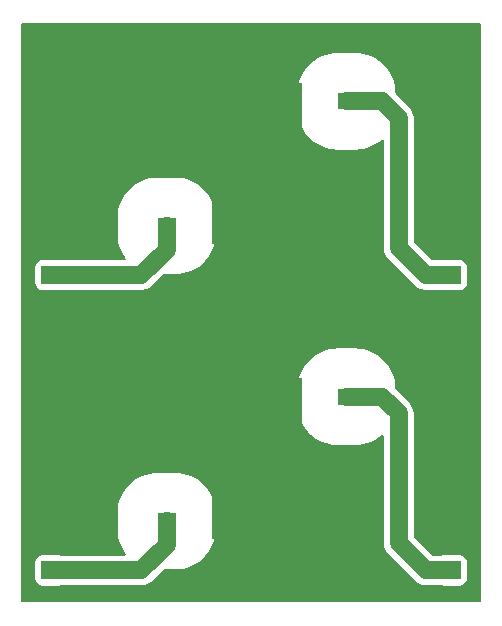
<source format=gtl>
G04 #@! TF.GenerationSoftware,KiCad,Pcbnew,8.0.3*
G04 #@! TF.CreationDate,2024-06-27T10:28:22+02:00*
G04 #@! TF.ProjectId,145MHz_BPF,3134354d-487a-45f4-9250-462e6b696361,rev?*
G04 #@! TF.SameCoordinates,Original*
G04 #@! TF.FileFunction,Copper,L1,Top*
G04 #@! TF.FilePolarity,Positive*
%FSLAX46Y46*%
G04 Gerber Fmt 4.6, Leading zero omitted, Abs format (unit mm)*
G04 Created by KiCad (PCBNEW 8.0.3) date 2024-06-27 10:28:22*
%MOMM*%
%LPD*%
G01*
G04 APERTURE LIST*
G04 Aperture macros list*
%AMRoundRect*
0 Rectangle with rounded corners*
0 $1 Rounding radius*
0 $2 $3 $4 $5 $6 $7 $8 $9 X,Y pos of 4 corners*
0 Add a 4 corners polygon primitive as box body*
4,1,4,$2,$3,$4,$5,$6,$7,$8,$9,$2,$3,0*
0 Add four circle primitives for the rounded corners*
1,1,$1+$1,$2,$3*
1,1,$1+$1,$4,$5*
1,1,$1+$1,$6,$7*
1,1,$1+$1,$8,$9*
0 Add four rect primitives between the rounded corners*
20,1,$1+$1,$2,$3,$4,$5,0*
20,1,$1+$1,$4,$5,$6,$7,0*
20,1,$1+$1,$6,$7,$8,$9,0*
20,1,$1+$1,$8,$9,$2,$3,0*%
G04 Aperture macros list end*
G04 #@! TA.AperFunction,ComponentPad*
%ADD10RoundRect,0.250000X0.550000X-0.550000X0.550000X0.550000X-0.550000X0.550000X-0.550000X-0.550000X0*%
G04 #@! TD*
G04 #@! TA.AperFunction,ComponentPad*
%ADD11C,1.600000*%
G04 #@! TD*
G04 #@! TA.AperFunction,ComponentPad*
%ADD12RoundRect,0.250000X-0.550000X-0.550000X0.550000X-0.550000X0.550000X0.550000X-0.550000X0.550000X0*%
G04 #@! TD*
G04 #@! TA.AperFunction,SMDPad,CuDef*
%ADD13R,1.524000X1.397000*%
G04 #@! TD*
G04 #@! TA.AperFunction,ComponentPad*
%ADD14C,1.016000*%
G04 #@! TD*
G04 #@! TA.AperFunction,SMDPad,CuDef*
%ADD15R,13.208000X5.664200*%
G04 #@! TD*
G04 #@! TA.AperFunction,SMDPad,CuDef*
%ADD16R,18.796000X2.387600*%
G04 #@! TD*
G04 #@! TA.AperFunction,ViaPad*
%ADD17C,0.600000*%
G04 #@! TD*
G04 #@! TA.AperFunction,Conductor*
%ADD18C,1.500000*%
G04 #@! TD*
G04 APERTURE END LIST*
D10*
X88000000Y-91800000D03*
D11*
X88000000Y-86500000D03*
D12*
X104700000Y-92000000D03*
D10*
X122000000Y-91800000D03*
D11*
X122000000Y-84000000D03*
D13*
X113080000Y-77094500D03*
X113080000Y-87635500D03*
D14*
X113842000Y-88715000D03*
X112318000Y-88715000D03*
X108762000Y-76015000D03*
X107238000Y-76015000D03*
D13*
X108000000Y-77094500D03*
X108000000Y-87635500D03*
D14*
X108762000Y-88715000D03*
X107238000Y-88715000D03*
X103682000Y-76015000D03*
X102158000Y-76015000D03*
D13*
X102920000Y-77094500D03*
X102920000Y-87635500D03*
D14*
X103682000Y-88715000D03*
X102158000Y-88715000D03*
X98602000Y-76015000D03*
X97078000Y-76015000D03*
D13*
X97840000Y-77094500D03*
D15*
X102666000Y-78339100D03*
D14*
X113080000Y-81730000D03*
X110540000Y-81730000D03*
X108000000Y-81730000D03*
X105460000Y-81730000D03*
X102920000Y-81730000D03*
X100380000Y-81730000D03*
X97840000Y-81730000D03*
D16*
X105460000Y-82365000D03*
D14*
X113080000Y-83000000D03*
X110540000Y-83000000D03*
X108000000Y-83000000D03*
X105460000Y-83000000D03*
X102920000Y-83000000D03*
X100380000Y-83000000D03*
X97840000Y-83000000D03*
D15*
X108254000Y-86390900D03*
D13*
X97840000Y-87635500D03*
X113080000Y-52094500D03*
X113080000Y-62635500D03*
D14*
X113842000Y-63715000D03*
X112318000Y-63715000D03*
X108762000Y-51015000D03*
X107238000Y-51015000D03*
D13*
X108000000Y-52094500D03*
X108000000Y-62635500D03*
D14*
X108762000Y-63715000D03*
X107238000Y-63715000D03*
X103682000Y-51015000D03*
X102158000Y-51015000D03*
D13*
X102920000Y-52094500D03*
X102920000Y-62635500D03*
D14*
X103682000Y-63715000D03*
X102158000Y-63715000D03*
X98602000Y-51015000D03*
X97078000Y-51015000D03*
D13*
X97840000Y-52094500D03*
D15*
X102666000Y-53339100D03*
D14*
X113080000Y-56730000D03*
X110540000Y-56730000D03*
X108000000Y-56730000D03*
X105460000Y-56730000D03*
X102920000Y-56730000D03*
X100380000Y-56730000D03*
X97840000Y-56730000D03*
D16*
X105460000Y-57365000D03*
D14*
X113080000Y-58000000D03*
X110540000Y-58000000D03*
X108000000Y-58000000D03*
X105460000Y-58000000D03*
X102920000Y-58000000D03*
X100380000Y-58000000D03*
X97840000Y-58000000D03*
D15*
X108254000Y-61390900D03*
D13*
X97840000Y-62635500D03*
D10*
X122000000Y-66800000D03*
D11*
X122000000Y-59000000D03*
D12*
X104700000Y-67000000D03*
D10*
X88000000Y-66800000D03*
D11*
X88000000Y-61500000D03*
D17*
X100000000Y-94000000D03*
X122000000Y-71000000D03*
X86000000Y-94000000D03*
X120000000Y-71000000D03*
X100000000Y-71000000D03*
X120000000Y-94000000D03*
X86000000Y-75000000D03*
X124000000Y-85000000D03*
X90000000Y-71000000D03*
X114000000Y-71000000D03*
X108000000Y-94000000D03*
X124000000Y-79000000D03*
X106000000Y-94000000D03*
X88000000Y-71000000D03*
X124000000Y-83000000D03*
X86000000Y-73000000D03*
X112000000Y-94000000D03*
X112000000Y-71000000D03*
X118000000Y-71000000D03*
X94000000Y-94000000D03*
X116000000Y-71000000D03*
X106000000Y-71000000D03*
X86000000Y-79000000D03*
X86000000Y-81000000D03*
X108000000Y-71000000D03*
X98000000Y-94000000D03*
X86000000Y-87000000D03*
X104000000Y-94000000D03*
X124000000Y-94000000D03*
X116000000Y-94000000D03*
X94000000Y-71000000D03*
X102000000Y-94000000D03*
X124000000Y-89000000D03*
X88000000Y-94000000D03*
X110000000Y-71000000D03*
X90000000Y-94000000D03*
X124000000Y-73000000D03*
X98000000Y-71000000D03*
X86000000Y-77000000D03*
X86000000Y-91000000D03*
X124000000Y-71000000D03*
X124000000Y-87000000D03*
X92000000Y-71000000D03*
X102000000Y-71000000D03*
X92000000Y-94000000D03*
X104000000Y-71000000D03*
X124000000Y-81000000D03*
X86000000Y-85000000D03*
X96000000Y-94000000D03*
X122000000Y-94000000D03*
X124000000Y-75000000D03*
X124000000Y-93000000D03*
X86000000Y-93000000D03*
X124000000Y-77000000D03*
X110000000Y-94000000D03*
X118000000Y-94000000D03*
X86000000Y-71000000D03*
X114000000Y-94000000D03*
X86000000Y-89000000D03*
X96000000Y-71000000D03*
X124000000Y-91000000D03*
X86000000Y-83000000D03*
X124000000Y-66000000D03*
X86000000Y-58000000D03*
X96000000Y-46000000D03*
X86000000Y-64000000D03*
X124000000Y-50000000D03*
X110000000Y-69000000D03*
X124000000Y-52000000D03*
X114000000Y-69000000D03*
X118000000Y-69000000D03*
X86000000Y-68000000D03*
X122000000Y-69000000D03*
X86000000Y-46000000D03*
X124000000Y-68000000D03*
X124000000Y-56000000D03*
X104000000Y-46000000D03*
X92000000Y-69000000D03*
X96000000Y-69000000D03*
X102000000Y-46000000D03*
X124000000Y-62000000D03*
X92000000Y-46000000D03*
X124000000Y-46000000D03*
X86000000Y-60000000D03*
X110000000Y-46000000D03*
X88000000Y-69000000D03*
X102000000Y-69000000D03*
X124000000Y-64000000D03*
X86000000Y-66000000D03*
X86000000Y-52000000D03*
X98000000Y-46000000D03*
X124000000Y-48000000D03*
X90000000Y-69000000D03*
X86000000Y-48000000D03*
X94000000Y-69000000D03*
X116000000Y-46000000D03*
X88000000Y-46000000D03*
X112000000Y-69000000D03*
X118000000Y-46000000D03*
X86000000Y-56000000D03*
X112000000Y-46000000D03*
X104000000Y-69000000D03*
X86000000Y-62000000D03*
X94000000Y-46000000D03*
X106000000Y-46000000D03*
X124000000Y-58000000D03*
X116000000Y-69000000D03*
X124000000Y-69000000D03*
X98000000Y-69000000D03*
X108000000Y-46000000D03*
X86000000Y-54000000D03*
X114000000Y-46000000D03*
X124000000Y-54000000D03*
X122000000Y-46000000D03*
X120000000Y-69000000D03*
X90000000Y-46000000D03*
X100000000Y-69000000D03*
X100000000Y-46000000D03*
X108000000Y-69000000D03*
X120000000Y-46000000D03*
X124000000Y-60000000D03*
X106000000Y-69000000D03*
X86000000Y-50000000D03*
X86000000Y-69000000D03*
D18*
X119800000Y-91800000D02*
X122000000Y-91800000D01*
X116094500Y-77094500D02*
X117500000Y-78500000D01*
X97840000Y-89660000D02*
X97840000Y-87635500D01*
X95700000Y-91800000D02*
X97840000Y-89660000D01*
X117500000Y-89500000D02*
X119800000Y-91800000D01*
X88000000Y-91800000D02*
X95700000Y-91800000D01*
X117500000Y-78500000D02*
X117500000Y-89500000D01*
X113080000Y-77094500D02*
X116094500Y-77094500D01*
X97840000Y-64660000D02*
X97840000Y-62635500D01*
X95700000Y-66800000D02*
X97840000Y-64660000D01*
X88000000Y-66800000D02*
X95700000Y-66800000D01*
X117500000Y-64500000D02*
X119800000Y-66800000D01*
X116094500Y-52094500D02*
X117500000Y-53500000D01*
X113080000Y-52094500D02*
X116094500Y-52094500D01*
X119800000Y-66800000D02*
X122000000Y-66800000D01*
X117500000Y-53500000D02*
X117500000Y-64500000D01*
G04 #@! TA.AperFunction,Conductor*
G36*
X124442539Y-45520185D02*
G01*
X124488294Y-45572989D01*
X124499500Y-45624500D01*
X124499500Y-70000000D01*
X85500500Y-70000000D01*
X85500500Y-66199983D01*
X86699500Y-66199983D01*
X86699500Y-67400001D01*
X86699501Y-67400018D01*
X86710000Y-67502796D01*
X86710001Y-67502799D01*
X86765185Y-67669331D01*
X86765186Y-67669334D01*
X86857288Y-67818656D01*
X86981344Y-67942712D01*
X87130666Y-68034814D01*
X87297203Y-68089999D01*
X87399991Y-68100500D01*
X88600008Y-68100499D01*
X88702797Y-68089999D01*
X88803003Y-68056794D01*
X88842007Y-68050500D01*
X95798422Y-68050500D01*
X95992826Y-68019709D01*
X96180026Y-67958884D01*
X96355405Y-67869524D01*
X96514646Y-67753828D01*
X97519455Y-66749019D01*
X97580778Y-66715534D01*
X97607136Y-66712700D01*
X98724070Y-66712700D01*
X98724078Y-66712700D01*
X98876614Y-66706500D01*
X98876621Y-66706499D01*
X98876622Y-66706499D01*
X98918977Y-66700728D01*
X99239635Y-66657039D01*
X99595181Y-66568619D01*
X99939083Y-66442276D01*
X100267309Y-66279491D01*
X100576010Y-66082173D01*
X100861568Y-65852635D01*
X101120635Y-65593568D01*
X101303434Y-65366154D01*
X101350170Y-65308014D01*
X101350176Y-65308005D01*
X101447716Y-65155405D01*
X101547491Y-64999309D01*
X101710276Y-64671083D01*
X101836619Y-64327181D01*
X101925039Y-63971635D01*
X101974500Y-63608614D01*
X101980700Y-63456078D01*
X101980700Y-61814922D01*
X101974500Y-61662386D01*
X101925039Y-61299365D01*
X101836619Y-60943819D01*
X101710276Y-60599917D01*
X101547491Y-60271691D01*
X101350173Y-59962990D01*
X101350170Y-59962985D01*
X101120643Y-59677442D01*
X101120635Y-59677432D01*
X100861568Y-59418365D01*
X100861557Y-59418356D01*
X100576014Y-59188829D01*
X100576005Y-59188823D01*
X100267312Y-58991511D01*
X100267302Y-58991505D01*
X99939090Y-58828727D01*
X99939087Y-58828726D01*
X99939083Y-58828724D01*
X99595181Y-58702381D01*
X99239635Y-58613961D01*
X99239631Y-58613960D01*
X99239630Y-58613960D01*
X98876622Y-58564500D01*
X98800346Y-58561400D01*
X98724078Y-58558300D01*
X96955922Y-58558300D01*
X96884140Y-58561217D01*
X96803377Y-58564500D01*
X96440369Y-58613960D01*
X96440366Y-58613960D01*
X96440365Y-58613961D01*
X96084819Y-58702381D01*
X95740912Y-58828726D01*
X95740909Y-58828727D01*
X95412697Y-58991505D01*
X95412687Y-58991511D01*
X95103994Y-59188823D01*
X95103985Y-59188829D01*
X94818442Y-59418356D01*
X94818426Y-59418370D01*
X94559370Y-59677426D01*
X94559356Y-59677442D01*
X94329829Y-59962985D01*
X94329823Y-59962994D01*
X94132511Y-60271687D01*
X94132505Y-60271697D01*
X93969727Y-60599909D01*
X93969726Y-60599912D01*
X93969724Y-60599917D01*
X93843381Y-60943819D01*
X93754961Y-61299365D01*
X93754960Y-61299369D01*
X93705500Y-61662377D01*
X93699300Y-61814929D01*
X93699300Y-63456070D01*
X93705500Y-63608622D01*
X93752970Y-63957022D01*
X93754961Y-63971635D01*
X93843381Y-64327181D01*
X93969724Y-64671083D01*
X93969726Y-64671087D01*
X93969727Y-64671090D01*
X94132505Y-64999302D01*
X94132511Y-64999312D01*
X94329823Y-65308005D01*
X94329829Y-65308014D01*
X94361821Y-65347813D01*
X94388480Y-65412397D01*
X94375990Y-65481141D01*
X94328316Y-65532220D01*
X94265174Y-65549500D01*
X88842007Y-65549500D01*
X88803003Y-65543206D01*
X88769849Y-65532220D01*
X88702797Y-65510001D01*
X88702795Y-65510000D01*
X88600010Y-65499500D01*
X87399998Y-65499500D01*
X87399981Y-65499501D01*
X87297203Y-65510000D01*
X87297200Y-65510001D01*
X87130668Y-65565185D01*
X87130663Y-65565187D01*
X86981342Y-65657289D01*
X86857289Y-65781342D01*
X86765187Y-65930663D01*
X86765186Y-65930666D01*
X86710001Y-66097203D01*
X86710001Y-66097204D01*
X86710000Y-66097204D01*
X86699500Y-66199983D01*
X85500500Y-66199983D01*
X85500500Y-51273929D01*
X108939300Y-51273929D01*
X108939300Y-52915070D01*
X108945500Y-53067622D01*
X108994960Y-53430630D01*
X108994961Y-53430635D01*
X109083381Y-53786181D01*
X109209724Y-54130083D01*
X109209726Y-54130087D01*
X109209727Y-54130090D01*
X109372505Y-54458302D01*
X109372511Y-54458312D01*
X109569823Y-54767005D01*
X109569829Y-54767014D01*
X109799356Y-55052557D01*
X109799365Y-55052568D01*
X110058432Y-55311635D01*
X110058442Y-55311643D01*
X110343985Y-55541170D01*
X110343994Y-55541176D01*
X110498340Y-55639832D01*
X110652691Y-55738491D01*
X110980917Y-55901276D01*
X111324819Y-56027619D01*
X111680365Y-56116039D01*
X111936890Y-56150990D01*
X112043377Y-56165499D01*
X112043379Y-56165499D01*
X112043386Y-56165500D01*
X112195922Y-56171700D01*
X112195930Y-56171700D01*
X113964070Y-56171700D01*
X113964078Y-56171700D01*
X114116614Y-56165500D01*
X114116621Y-56165499D01*
X114116622Y-56165499D01*
X114158977Y-56159728D01*
X114479635Y-56116039D01*
X114835181Y-56027619D01*
X115179083Y-55901276D01*
X115507309Y-55738491D01*
X115816010Y-55541173D01*
X116047815Y-55354842D01*
X116112396Y-55328185D01*
X116181141Y-55340675D01*
X116232219Y-55388349D01*
X116249500Y-55451491D01*
X116249500Y-64598422D01*
X116280290Y-64792826D01*
X116341117Y-64980030D01*
X116430476Y-65155405D01*
X116546172Y-65314646D01*
X118985354Y-67753828D01*
X119144595Y-67869524D01*
X119227454Y-67911742D01*
X119319969Y-67958882D01*
X119319971Y-67958882D01*
X119319974Y-67958884D01*
X119420318Y-67991487D01*
X119507173Y-68019709D01*
X119701578Y-68050500D01*
X119701583Y-68050500D01*
X121157993Y-68050500D01*
X121196997Y-68056794D01*
X121297203Y-68089999D01*
X121399991Y-68100500D01*
X122600008Y-68100499D01*
X122702797Y-68089999D01*
X122869334Y-68034814D01*
X123018656Y-67942712D01*
X123142712Y-67818656D01*
X123234814Y-67669334D01*
X123289999Y-67502797D01*
X123300500Y-67400009D01*
X123300499Y-66199992D01*
X123289999Y-66097203D01*
X123234814Y-65930666D01*
X123142712Y-65781344D01*
X123018656Y-65657288D01*
X122869334Y-65565186D01*
X122702797Y-65510001D01*
X122702795Y-65510000D01*
X122600010Y-65499500D01*
X121399998Y-65499500D01*
X121399981Y-65499501D01*
X121297203Y-65510000D01*
X121297200Y-65510001D01*
X121196997Y-65543206D01*
X121157993Y-65549500D01*
X120369336Y-65549500D01*
X120302297Y-65529815D01*
X120281655Y-65513181D01*
X118786819Y-64018345D01*
X118753334Y-63957022D01*
X118750500Y-63930664D01*
X118750500Y-53401577D01*
X118732586Y-53288483D01*
X118719709Y-53207174D01*
X118719708Y-53207170D01*
X118719708Y-53207169D01*
X118660391Y-53024612D01*
X118659329Y-53020847D01*
X118569523Y-52844594D01*
X118453828Y-52685354D01*
X117257019Y-51488545D01*
X117223534Y-51427222D01*
X117220700Y-51400864D01*
X117220700Y-51273929D01*
X117220700Y-51273922D01*
X117214500Y-51121386D01*
X117165039Y-50758365D01*
X117076619Y-50402819D01*
X116950276Y-50058917D01*
X116787491Y-49730691D01*
X116590173Y-49421990D01*
X116590170Y-49421985D01*
X116360643Y-49136442D01*
X116360635Y-49136432D01*
X116101568Y-48877365D01*
X116101557Y-48877356D01*
X115816014Y-48647829D01*
X115816005Y-48647823D01*
X115507312Y-48450511D01*
X115507302Y-48450505D01*
X115179090Y-48287727D01*
X115179087Y-48287726D01*
X115179083Y-48287724D01*
X114835181Y-48161381D01*
X114479635Y-48072961D01*
X114479631Y-48072960D01*
X114479630Y-48072960D01*
X114116622Y-48023500D01*
X114040346Y-48020400D01*
X113964078Y-48017300D01*
X112195922Y-48017300D01*
X112124140Y-48020217D01*
X112043377Y-48023500D01*
X111680369Y-48072960D01*
X111680366Y-48072960D01*
X111680365Y-48072961D01*
X111324819Y-48161381D01*
X110980912Y-48287726D01*
X110980909Y-48287727D01*
X110652697Y-48450505D01*
X110652687Y-48450511D01*
X110343994Y-48647823D01*
X110343985Y-48647829D01*
X110058442Y-48877356D01*
X110058426Y-48877370D01*
X109799370Y-49136426D01*
X109799356Y-49136442D01*
X109569829Y-49421985D01*
X109569823Y-49421994D01*
X109372511Y-49730687D01*
X109372505Y-49730697D01*
X109209727Y-50058909D01*
X109209726Y-50058912D01*
X109209724Y-50058917D01*
X109083381Y-50402819D01*
X108994961Y-50758365D01*
X108994960Y-50758369D01*
X108945500Y-51121377D01*
X108939300Y-51273929D01*
X85500500Y-51273929D01*
X85500500Y-45624500D01*
X85520185Y-45557461D01*
X85572989Y-45511706D01*
X85624500Y-45500500D01*
X124375500Y-45500500D01*
X124442539Y-45520185D01*
G37*
G04 #@! TD.AperFunction*
G04 #@! TA.AperFunction,Conductor*
G36*
X124499500Y-94375500D02*
G01*
X124479815Y-94442539D01*
X124427011Y-94488294D01*
X124375500Y-94499500D01*
X85624500Y-94499500D01*
X85557461Y-94479815D01*
X85511706Y-94427011D01*
X85500500Y-94375500D01*
X85500500Y-91199983D01*
X86699500Y-91199983D01*
X86699500Y-92400001D01*
X86699501Y-92400018D01*
X86710000Y-92502796D01*
X86710001Y-92502799D01*
X86765185Y-92669331D01*
X86765186Y-92669334D01*
X86857288Y-92818656D01*
X86981344Y-92942712D01*
X87130666Y-93034814D01*
X87297203Y-93089999D01*
X87399991Y-93100500D01*
X88600008Y-93100499D01*
X88702797Y-93089999D01*
X88803003Y-93056794D01*
X88842007Y-93050500D01*
X95798422Y-93050500D01*
X95992826Y-93019709D01*
X96180026Y-92958884D01*
X96355405Y-92869524D01*
X96514646Y-92753828D01*
X97519455Y-91749019D01*
X97580778Y-91715534D01*
X97607136Y-91712700D01*
X98724070Y-91712700D01*
X98724078Y-91712700D01*
X98876614Y-91706500D01*
X98876621Y-91706499D01*
X98876622Y-91706499D01*
X98918977Y-91700728D01*
X99239635Y-91657039D01*
X99595181Y-91568619D01*
X99939083Y-91442276D01*
X100267309Y-91279491D01*
X100576010Y-91082173D01*
X100861568Y-90852635D01*
X101120635Y-90593568D01*
X101303434Y-90366154D01*
X101350170Y-90308014D01*
X101350176Y-90308005D01*
X101447716Y-90155405D01*
X101547491Y-89999309D01*
X101710276Y-89671083D01*
X101836619Y-89327181D01*
X101925039Y-88971635D01*
X101974500Y-88608614D01*
X101980700Y-88456078D01*
X101980700Y-86814922D01*
X101974500Y-86662386D01*
X101925039Y-86299365D01*
X101836619Y-85943819D01*
X101710276Y-85599917D01*
X101547491Y-85271691D01*
X101350173Y-84962990D01*
X101350170Y-84962985D01*
X101120643Y-84677442D01*
X101120635Y-84677432D01*
X100861568Y-84418365D01*
X100861557Y-84418356D01*
X100576014Y-84188829D01*
X100576005Y-84188823D01*
X100267312Y-83991511D01*
X100267302Y-83991505D01*
X99939090Y-83828727D01*
X99939087Y-83828726D01*
X99939083Y-83828724D01*
X99595181Y-83702381D01*
X99239635Y-83613961D01*
X99239631Y-83613960D01*
X99239630Y-83613960D01*
X98876622Y-83564500D01*
X98800346Y-83561400D01*
X98724078Y-83558300D01*
X96955922Y-83558300D01*
X96884140Y-83561217D01*
X96803377Y-83564500D01*
X96440369Y-83613960D01*
X96440366Y-83613960D01*
X96440365Y-83613961D01*
X96084819Y-83702381D01*
X95740912Y-83828726D01*
X95740909Y-83828727D01*
X95412697Y-83991505D01*
X95412687Y-83991511D01*
X95103994Y-84188823D01*
X95103985Y-84188829D01*
X94818442Y-84418356D01*
X94818426Y-84418370D01*
X94559370Y-84677426D01*
X94559356Y-84677442D01*
X94329829Y-84962985D01*
X94329823Y-84962994D01*
X94132511Y-85271687D01*
X94132505Y-85271697D01*
X93969727Y-85599909D01*
X93969726Y-85599912D01*
X93969724Y-85599917D01*
X93843381Y-85943819D01*
X93754961Y-86299365D01*
X93754960Y-86299369D01*
X93705500Y-86662377D01*
X93699300Y-86814929D01*
X93699300Y-88456070D01*
X93705500Y-88608622D01*
X93752970Y-88957022D01*
X93754961Y-88971635D01*
X93843381Y-89327181D01*
X93969724Y-89671083D01*
X93969726Y-89671087D01*
X93969727Y-89671090D01*
X94132505Y-89999302D01*
X94132511Y-89999312D01*
X94329823Y-90308005D01*
X94329829Y-90308014D01*
X94361821Y-90347813D01*
X94388480Y-90412397D01*
X94375990Y-90481141D01*
X94328316Y-90532220D01*
X94265174Y-90549500D01*
X88842007Y-90549500D01*
X88803003Y-90543206D01*
X88769849Y-90532220D01*
X88702797Y-90510001D01*
X88702795Y-90510000D01*
X88600010Y-90499500D01*
X87399998Y-90499500D01*
X87399981Y-90499501D01*
X87297203Y-90510000D01*
X87297200Y-90510001D01*
X87130668Y-90565185D01*
X87130663Y-90565187D01*
X86981342Y-90657289D01*
X86857289Y-90781342D01*
X86765187Y-90930663D01*
X86765186Y-90930666D01*
X86710001Y-91097203D01*
X86710001Y-91097204D01*
X86710000Y-91097204D01*
X86699500Y-91199983D01*
X85500500Y-91199983D01*
X85500500Y-76273929D01*
X108939300Y-76273929D01*
X108939300Y-77915070D01*
X108945500Y-78067622D01*
X108994960Y-78430630D01*
X108994961Y-78430635D01*
X109083381Y-78786181D01*
X109209724Y-79130083D01*
X109209726Y-79130087D01*
X109209727Y-79130090D01*
X109372505Y-79458302D01*
X109372511Y-79458312D01*
X109569823Y-79767005D01*
X109569829Y-79767014D01*
X109799356Y-80052557D01*
X109799365Y-80052568D01*
X110058432Y-80311635D01*
X110058442Y-80311643D01*
X110343985Y-80541170D01*
X110343994Y-80541176D01*
X110498340Y-80639832D01*
X110652691Y-80738491D01*
X110980917Y-80901276D01*
X111324819Y-81027619D01*
X111680365Y-81116039D01*
X111936890Y-81150990D01*
X112043377Y-81165499D01*
X112043379Y-81165499D01*
X112043386Y-81165500D01*
X112195922Y-81171700D01*
X112195930Y-81171700D01*
X113964070Y-81171700D01*
X113964078Y-81171700D01*
X114116614Y-81165500D01*
X114116621Y-81165499D01*
X114116622Y-81165499D01*
X114158977Y-81159728D01*
X114479635Y-81116039D01*
X114835181Y-81027619D01*
X115179083Y-80901276D01*
X115507309Y-80738491D01*
X115816010Y-80541173D01*
X116047815Y-80354842D01*
X116112396Y-80328185D01*
X116181141Y-80340675D01*
X116232219Y-80388349D01*
X116249500Y-80451491D01*
X116249500Y-89598422D01*
X116280290Y-89792826D01*
X116341117Y-89980030D01*
X116430476Y-90155405D01*
X116546172Y-90314646D01*
X118985354Y-92753828D01*
X119144595Y-92869524D01*
X119227454Y-92911742D01*
X119319969Y-92958882D01*
X119319971Y-92958882D01*
X119319974Y-92958884D01*
X119420318Y-92991487D01*
X119507173Y-93019709D01*
X119701578Y-93050500D01*
X119701583Y-93050500D01*
X119898416Y-93050500D01*
X121157993Y-93050500D01*
X121196997Y-93056794D01*
X121297203Y-93089999D01*
X121399991Y-93100500D01*
X122600008Y-93100499D01*
X122702797Y-93089999D01*
X122869334Y-93034814D01*
X123018656Y-92942712D01*
X123142712Y-92818656D01*
X123234814Y-92669334D01*
X123289999Y-92502797D01*
X123300500Y-92400009D01*
X123300499Y-91199992D01*
X123289999Y-91097203D01*
X123234814Y-90930666D01*
X123142712Y-90781344D01*
X123018656Y-90657288D01*
X122869334Y-90565186D01*
X122702797Y-90510001D01*
X122702795Y-90510000D01*
X122600010Y-90499500D01*
X121399998Y-90499500D01*
X121399981Y-90499501D01*
X121297203Y-90510000D01*
X121297200Y-90510001D01*
X121196997Y-90543206D01*
X121157993Y-90549500D01*
X120369336Y-90549500D01*
X120302297Y-90529815D01*
X120281655Y-90513181D01*
X118786819Y-89018345D01*
X118753334Y-88957022D01*
X118750500Y-88930664D01*
X118750500Y-78401577D01*
X118732586Y-78288483D01*
X118719709Y-78207174D01*
X118719708Y-78207170D01*
X118719708Y-78207169D01*
X118660391Y-78024612D01*
X118659329Y-78020847D01*
X118569523Y-77844594D01*
X118453828Y-77685354D01*
X117257019Y-76488545D01*
X117223534Y-76427222D01*
X117220700Y-76400864D01*
X117220700Y-76273929D01*
X117220700Y-76273922D01*
X117214500Y-76121386D01*
X117165039Y-75758365D01*
X117076619Y-75402819D01*
X116950276Y-75058917D01*
X116787491Y-74730691D01*
X116590173Y-74421990D01*
X116590170Y-74421985D01*
X116360643Y-74136442D01*
X116360635Y-74136432D01*
X116101568Y-73877365D01*
X116101557Y-73877356D01*
X115816014Y-73647829D01*
X115816005Y-73647823D01*
X115507312Y-73450511D01*
X115507302Y-73450505D01*
X115179090Y-73287727D01*
X115179087Y-73287726D01*
X115179083Y-73287724D01*
X114835181Y-73161381D01*
X114479635Y-73072961D01*
X114479631Y-73072960D01*
X114479630Y-73072960D01*
X114116622Y-73023500D01*
X114040346Y-73020400D01*
X113964078Y-73017300D01*
X112195922Y-73017300D01*
X112124140Y-73020217D01*
X112043377Y-73023500D01*
X111680369Y-73072960D01*
X111680366Y-73072960D01*
X111680365Y-73072961D01*
X111324819Y-73161381D01*
X110980912Y-73287726D01*
X110980909Y-73287727D01*
X110652697Y-73450505D01*
X110652687Y-73450511D01*
X110343994Y-73647823D01*
X110343985Y-73647829D01*
X110058442Y-73877356D01*
X110058426Y-73877370D01*
X109799370Y-74136426D01*
X109799356Y-74136442D01*
X109569829Y-74421985D01*
X109569823Y-74421994D01*
X109372511Y-74730687D01*
X109372505Y-74730697D01*
X109209727Y-75058909D01*
X109209726Y-75058912D01*
X109209724Y-75058917D01*
X109083381Y-75402819D01*
X108994961Y-75758365D01*
X108994960Y-75758369D01*
X108945500Y-76121377D01*
X108939300Y-76273929D01*
X85500500Y-76273929D01*
X85500500Y-70000000D01*
X124499500Y-70000000D01*
X124499500Y-94375500D01*
G37*
G04 #@! TD.AperFunction*
M02*

</source>
